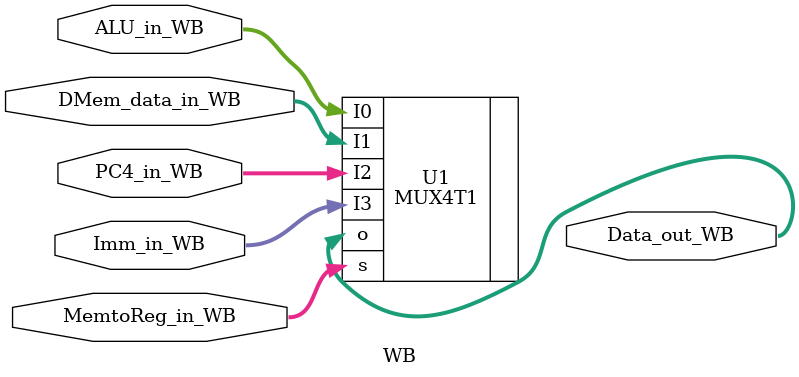
<source format=v>
`timescale 1ns / 1ps


module WB(
    input [31:0]ALU_in_WB,
    input [31:0]DMem_data_in_WB,
    input [31:0]PC4_in_WB,
    input [31:0]Imm_in_WB,
    input [1:0]MemtoReg_in_WB,
    output [31:0]Data_out_WB
);
    MUX4T1 U1(
        .I0(ALU_in_WB),
        .I1(DMem_data_in_WB),
        .I2(PC4_in_WB),
        .I3(Imm_in_WB),
        .s(MemtoReg_in_WB),
        .o(Data_out_WB)
    );
endmodule

</source>
